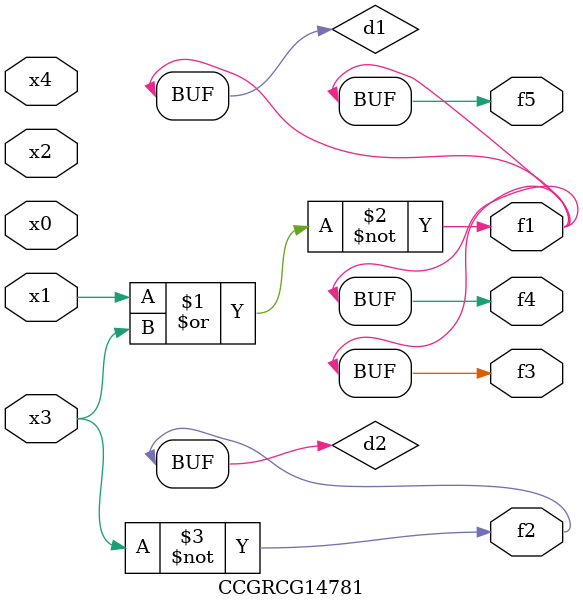
<source format=v>
module CCGRCG14781(
	input x0, x1, x2, x3, x4,
	output f1, f2, f3, f4, f5
);

	wire d1, d2;

	nor (d1, x1, x3);
	not (d2, x3);
	assign f1 = d1;
	assign f2 = d2;
	assign f3 = d1;
	assign f4 = d1;
	assign f5 = d1;
endmodule

</source>
